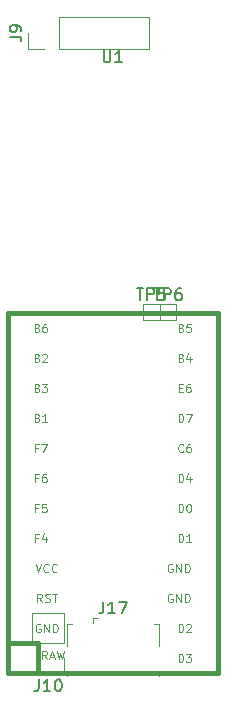
<source format=gbr>
G04 #@! TF.GenerationSoftware,KiCad,Pcbnew,(5.0.0)*
G04 #@! TF.CreationDate,2019-09-30T14:37:48-06:00*
G04 #@! TF.ProjectId,BlueMicro,426C75654D6963726F2E6B696361645F,rev?*
G04 #@! TF.SameCoordinates,Original*
G04 #@! TF.FileFunction,Legend,Top*
G04 #@! TF.FilePolarity,Positive*
%FSLAX46Y46*%
G04 Gerber Fmt 4.6, Leading zero omitted, Abs format (unit mm)*
G04 Created by KiCad (PCBNEW (5.0.0)) date 09/30/19 14:37:48*
%MOMM*%
%LPD*%
G01*
G04 APERTURE LIST*
%ADD10C,0.120000*%
%ADD11C,0.381000*%
%ADD12C,0.150000*%
%ADD13C,0.100000*%
G04 APERTURE END LIST*
D10*
G04 #@! TO.C,J9*
X81213000Y-54797000D02*
X81213000Y-52137000D01*
X73533000Y-54797000D02*
X81213000Y-54797000D01*
X73533000Y-52137000D02*
X81213000Y-52137000D01*
X73533000Y-54797000D02*
X73533000Y-52137000D01*
X72263000Y-54797000D02*
X70933000Y-54797000D01*
X70933000Y-54797000D02*
X70933000Y-53467000D01*
G04 #@! TO.C,J10*
X73974000Y-102556000D02*
X71314000Y-102556000D01*
X73974000Y-105156000D02*
X73974000Y-102556000D01*
X71314000Y-105156000D02*
X71314000Y-102556000D01*
X73974000Y-105156000D02*
X71314000Y-105156000D01*
X73974000Y-106426000D02*
X73974000Y-107756000D01*
X73974000Y-107756000D02*
X72644000Y-107756000D01*
G04 #@! TO.C,J17*
X74221000Y-103520500D02*
X74671000Y-103520500D01*
X74221000Y-105370500D02*
X74221000Y-103520500D01*
X82021000Y-107920500D02*
X82021000Y-107670500D01*
X74221000Y-107920500D02*
X74221000Y-107670500D01*
X82021000Y-105370500D02*
X82021000Y-103520500D01*
X82021000Y-103520500D02*
X81571000Y-103520500D01*
X76421000Y-102970500D02*
X76871000Y-102970500D01*
X76421000Y-102970500D02*
X76421000Y-103420500D01*
D11*
G04 #@! TO.C,U5*
X71755000Y-105156000D02*
X69215000Y-105156000D01*
X71755000Y-107696000D02*
X71755000Y-105156000D01*
X86995000Y-77216000D02*
X86995000Y-107696000D01*
X69215000Y-77216000D02*
X86995000Y-77216000D01*
X69215000Y-107696000D02*
X69215000Y-77216000D01*
X86995000Y-107696000D02*
X69215000Y-107696000D01*
D10*
G04 #@! TO.C,TP5*
X80707000Y-77789000D02*
X80707000Y-76389000D01*
X82107000Y-77789000D02*
X80707000Y-77789000D01*
X82107000Y-76389000D02*
X82107000Y-77789000D01*
X80707000Y-76389000D02*
X82107000Y-76389000D01*
G04 #@! TO.C,TP6*
X82104000Y-76389000D02*
X83504000Y-76389000D01*
X83504000Y-76389000D02*
X83504000Y-77789000D01*
X83504000Y-77789000D02*
X82104000Y-77789000D01*
X82104000Y-77789000D02*
X82104000Y-76389000D01*
G04 #@! TO.C,J9*
D12*
X69385380Y-53800333D02*
X70099666Y-53800333D01*
X70242523Y-53847952D01*
X70337761Y-53943190D01*
X70385380Y-54086047D01*
X70385380Y-54181285D01*
X70385380Y-53276523D02*
X70385380Y-53086047D01*
X70337761Y-52990809D01*
X70290142Y-52943190D01*
X70147285Y-52847952D01*
X69956809Y-52800333D01*
X69575857Y-52800333D01*
X69480619Y-52847952D01*
X69433000Y-52895571D01*
X69385380Y-52990809D01*
X69385380Y-53181285D01*
X69433000Y-53276523D01*
X69480619Y-53324142D01*
X69575857Y-53371761D01*
X69813952Y-53371761D01*
X69909190Y-53324142D01*
X69956809Y-53276523D01*
X70004428Y-53181285D01*
X70004428Y-52990809D01*
X69956809Y-52895571D01*
X69909190Y-52847952D01*
X69813952Y-52800333D01*
G04 #@! TO.C,J10*
X71834476Y-108208380D02*
X71834476Y-108922666D01*
X71786857Y-109065523D01*
X71691619Y-109160761D01*
X71548761Y-109208380D01*
X71453523Y-109208380D01*
X72834476Y-109208380D02*
X72263047Y-109208380D01*
X72548761Y-109208380D02*
X72548761Y-108208380D01*
X72453523Y-108351238D01*
X72358285Y-108446476D01*
X72263047Y-108494095D01*
X73453523Y-108208380D02*
X73548761Y-108208380D01*
X73644000Y-108256000D01*
X73691619Y-108303619D01*
X73739238Y-108398857D01*
X73786857Y-108589333D01*
X73786857Y-108827428D01*
X73739238Y-109017904D01*
X73691619Y-109113142D01*
X73644000Y-109160761D01*
X73548761Y-109208380D01*
X73453523Y-109208380D01*
X73358285Y-109160761D01*
X73310666Y-109113142D01*
X73263047Y-109017904D01*
X73215428Y-108827428D01*
X73215428Y-108589333D01*
X73263047Y-108398857D01*
X73310666Y-108303619D01*
X73358285Y-108256000D01*
X73453523Y-108208380D01*
G04 #@! TO.C,J17*
X77311476Y-101622880D02*
X77311476Y-102337166D01*
X77263857Y-102480023D01*
X77168619Y-102575261D01*
X77025761Y-102622880D01*
X76930523Y-102622880D01*
X78311476Y-102622880D02*
X77740047Y-102622880D01*
X78025761Y-102622880D02*
X78025761Y-101622880D01*
X77930523Y-101765738D01*
X77835285Y-101860976D01*
X77740047Y-101908595D01*
X78644809Y-101622880D02*
X79311476Y-101622880D01*
X78882904Y-102622880D01*
G04 #@! TO.C,U1*
X77343095Y-54951380D02*
X77343095Y-55760904D01*
X77390714Y-55856142D01*
X77438333Y-55903761D01*
X77533571Y-55951380D01*
X77724047Y-55951380D01*
X77819285Y-55903761D01*
X77866904Y-55856142D01*
X77914523Y-55760904D01*
X77914523Y-54951380D01*
X78914523Y-55951380D02*
X78343095Y-55951380D01*
X78628809Y-55951380D02*
X78628809Y-54951380D01*
X78533571Y-55094238D01*
X78438333Y-55189476D01*
X78343095Y-55237095D01*
G04 #@! TO.C,U5*
D13*
X72541666Y-106488666D02*
X72308333Y-106155333D01*
X72141666Y-106488666D02*
X72141666Y-105788666D01*
X72408333Y-105788666D01*
X72475000Y-105822000D01*
X72508333Y-105855333D01*
X72541666Y-105922000D01*
X72541666Y-106022000D01*
X72508333Y-106088666D01*
X72475000Y-106122000D01*
X72408333Y-106155333D01*
X72141666Y-106155333D01*
X72808333Y-106288666D02*
X73141666Y-106288666D01*
X72741666Y-106488666D02*
X72975000Y-105788666D01*
X73208333Y-106488666D01*
X73375000Y-105788666D02*
X73541666Y-106488666D01*
X73675000Y-105988666D01*
X73808333Y-106488666D01*
X73975000Y-105788666D01*
X71983666Y-103536000D02*
X71917000Y-103502666D01*
X71817000Y-103502666D01*
X71717000Y-103536000D01*
X71650333Y-103602666D01*
X71617000Y-103669333D01*
X71583666Y-103802666D01*
X71583666Y-103902666D01*
X71617000Y-104036000D01*
X71650333Y-104102666D01*
X71717000Y-104169333D01*
X71817000Y-104202666D01*
X71883666Y-104202666D01*
X71983666Y-104169333D01*
X72017000Y-104136000D01*
X72017000Y-103902666D01*
X71883666Y-103902666D01*
X72317000Y-104202666D02*
X72317000Y-103502666D01*
X72717000Y-104202666D01*
X72717000Y-103502666D01*
X73050333Y-104202666D02*
X73050333Y-103502666D01*
X73217000Y-103502666D01*
X73317000Y-103536000D01*
X73383666Y-103602666D01*
X73417000Y-103669333D01*
X73450333Y-103802666D01*
X73450333Y-103902666D01*
X73417000Y-104036000D01*
X73383666Y-104102666D01*
X73317000Y-104169333D01*
X73217000Y-104202666D01*
X73050333Y-104202666D01*
X72133666Y-101662666D02*
X71900333Y-101329333D01*
X71733666Y-101662666D02*
X71733666Y-100962666D01*
X72000333Y-100962666D01*
X72067000Y-100996000D01*
X72100333Y-101029333D01*
X72133666Y-101096000D01*
X72133666Y-101196000D01*
X72100333Y-101262666D01*
X72067000Y-101296000D01*
X72000333Y-101329333D01*
X71733666Y-101329333D01*
X72400333Y-101629333D02*
X72500333Y-101662666D01*
X72667000Y-101662666D01*
X72733666Y-101629333D01*
X72767000Y-101596000D01*
X72800333Y-101529333D01*
X72800333Y-101462666D01*
X72767000Y-101396000D01*
X72733666Y-101362666D01*
X72667000Y-101329333D01*
X72533666Y-101296000D01*
X72467000Y-101262666D01*
X72433666Y-101229333D01*
X72400333Y-101162666D01*
X72400333Y-101096000D01*
X72433666Y-101029333D01*
X72467000Y-100996000D01*
X72533666Y-100962666D01*
X72700333Y-100962666D01*
X72800333Y-100996000D01*
X73000333Y-100962666D02*
X73400333Y-100962666D01*
X73200333Y-101662666D02*
X73200333Y-100962666D01*
X71583666Y-98422666D02*
X71817000Y-99122666D01*
X72050333Y-98422666D01*
X72683666Y-99056000D02*
X72650333Y-99089333D01*
X72550333Y-99122666D01*
X72483666Y-99122666D01*
X72383666Y-99089333D01*
X72317000Y-99022666D01*
X72283666Y-98956000D01*
X72250333Y-98822666D01*
X72250333Y-98722666D01*
X72283666Y-98589333D01*
X72317000Y-98522666D01*
X72383666Y-98456000D01*
X72483666Y-98422666D01*
X72550333Y-98422666D01*
X72650333Y-98456000D01*
X72683666Y-98489333D01*
X73383666Y-99056000D02*
X73350333Y-99089333D01*
X73250333Y-99122666D01*
X73183666Y-99122666D01*
X73083666Y-99089333D01*
X73017000Y-99022666D01*
X72983666Y-98956000D01*
X72950333Y-98822666D01*
X72950333Y-98722666D01*
X72983666Y-98589333D01*
X73017000Y-98522666D01*
X73083666Y-98456000D01*
X73183666Y-98422666D01*
X73250333Y-98422666D01*
X73350333Y-98456000D01*
X73383666Y-98489333D01*
X71775666Y-96216000D02*
X71542333Y-96216000D01*
X71542333Y-96582666D02*
X71542333Y-95882666D01*
X71875666Y-95882666D01*
X72442333Y-96116000D02*
X72442333Y-96582666D01*
X72275666Y-95849333D02*
X72109000Y-96349333D01*
X72542333Y-96349333D01*
X71775666Y-93676000D02*
X71542333Y-93676000D01*
X71542333Y-94042666D02*
X71542333Y-93342666D01*
X71875666Y-93342666D01*
X72475666Y-93342666D02*
X72142333Y-93342666D01*
X72109000Y-93676000D01*
X72142333Y-93642666D01*
X72209000Y-93609333D01*
X72375666Y-93609333D01*
X72442333Y-93642666D01*
X72475666Y-93676000D01*
X72509000Y-93742666D01*
X72509000Y-93909333D01*
X72475666Y-93976000D01*
X72442333Y-94009333D01*
X72375666Y-94042666D01*
X72209000Y-94042666D01*
X72142333Y-94009333D01*
X72109000Y-93976000D01*
X71775666Y-88596000D02*
X71542333Y-88596000D01*
X71542333Y-88962666D02*
X71542333Y-88262666D01*
X71875666Y-88262666D01*
X72075666Y-88262666D02*
X72542333Y-88262666D01*
X72242333Y-88962666D01*
X71775666Y-91136000D02*
X71542333Y-91136000D01*
X71542333Y-91502666D02*
X71542333Y-90802666D01*
X71875666Y-90802666D01*
X72442333Y-90802666D02*
X72309000Y-90802666D01*
X72242333Y-90836000D01*
X72209000Y-90869333D01*
X72142333Y-90969333D01*
X72109000Y-91102666D01*
X72109000Y-91369333D01*
X72142333Y-91436000D01*
X72175666Y-91469333D01*
X72242333Y-91502666D01*
X72375666Y-91502666D01*
X72442333Y-91469333D01*
X72475666Y-91436000D01*
X72509000Y-91369333D01*
X72509000Y-91202666D01*
X72475666Y-91136000D01*
X72442333Y-91102666D01*
X72375666Y-91069333D01*
X72242333Y-91069333D01*
X72175666Y-91102666D01*
X72142333Y-91136000D01*
X72109000Y-91202666D01*
X71725666Y-86056000D02*
X71825666Y-86089333D01*
X71859000Y-86122666D01*
X71892333Y-86189333D01*
X71892333Y-86289333D01*
X71859000Y-86356000D01*
X71825666Y-86389333D01*
X71759000Y-86422666D01*
X71492333Y-86422666D01*
X71492333Y-85722666D01*
X71725666Y-85722666D01*
X71792333Y-85756000D01*
X71825666Y-85789333D01*
X71859000Y-85856000D01*
X71859000Y-85922666D01*
X71825666Y-85989333D01*
X71792333Y-86022666D01*
X71725666Y-86056000D01*
X71492333Y-86056000D01*
X72559000Y-86422666D02*
X72159000Y-86422666D01*
X72359000Y-86422666D02*
X72359000Y-85722666D01*
X72292333Y-85822666D01*
X72225666Y-85889333D01*
X72159000Y-85922666D01*
X71725666Y-83516000D02*
X71825666Y-83549333D01*
X71859000Y-83582666D01*
X71892333Y-83649333D01*
X71892333Y-83749333D01*
X71859000Y-83816000D01*
X71825666Y-83849333D01*
X71759000Y-83882666D01*
X71492333Y-83882666D01*
X71492333Y-83182666D01*
X71725666Y-83182666D01*
X71792333Y-83216000D01*
X71825666Y-83249333D01*
X71859000Y-83316000D01*
X71859000Y-83382666D01*
X71825666Y-83449333D01*
X71792333Y-83482666D01*
X71725666Y-83516000D01*
X71492333Y-83516000D01*
X72125666Y-83182666D02*
X72559000Y-83182666D01*
X72325666Y-83449333D01*
X72425666Y-83449333D01*
X72492333Y-83482666D01*
X72525666Y-83516000D01*
X72559000Y-83582666D01*
X72559000Y-83749333D01*
X72525666Y-83816000D01*
X72492333Y-83849333D01*
X72425666Y-83882666D01*
X72225666Y-83882666D01*
X72159000Y-83849333D01*
X72125666Y-83816000D01*
X71725666Y-80976000D02*
X71825666Y-81009333D01*
X71859000Y-81042666D01*
X71892333Y-81109333D01*
X71892333Y-81209333D01*
X71859000Y-81276000D01*
X71825666Y-81309333D01*
X71759000Y-81342666D01*
X71492333Y-81342666D01*
X71492333Y-80642666D01*
X71725666Y-80642666D01*
X71792333Y-80676000D01*
X71825666Y-80709333D01*
X71859000Y-80776000D01*
X71859000Y-80842666D01*
X71825666Y-80909333D01*
X71792333Y-80942666D01*
X71725666Y-80976000D01*
X71492333Y-80976000D01*
X72159000Y-80709333D02*
X72192333Y-80676000D01*
X72259000Y-80642666D01*
X72425666Y-80642666D01*
X72492333Y-80676000D01*
X72525666Y-80709333D01*
X72559000Y-80776000D01*
X72559000Y-80842666D01*
X72525666Y-80942666D01*
X72125666Y-81342666D01*
X72559000Y-81342666D01*
X71725666Y-78436000D02*
X71825666Y-78469333D01*
X71859000Y-78502666D01*
X71892333Y-78569333D01*
X71892333Y-78669333D01*
X71859000Y-78736000D01*
X71825666Y-78769333D01*
X71759000Y-78802666D01*
X71492333Y-78802666D01*
X71492333Y-78102666D01*
X71725666Y-78102666D01*
X71792333Y-78136000D01*
X71825666Y-78169333D01*
X71859000Y-78236000D01*
X71859000Y-78302666D01*
X71825666Y-78369333D01*
X71792333Y-78402666D01*
X71725666Y-78436000D01*
X71492333Y-78436000D01*
X72492333Y-78102666D02*
X72359000Y-78102666D01*
X72292333Y-78136000D01*
X72259000Y-78169333D01*
X72192333Y-78269333D01*
X72159000Y-78402666D01*
X72159000Y-78669333D01*
X72192333Y-78736000D01*
X72225666Y-78769333D01*
X72292333Y-78802666D01*
X72425666Y-78802666D01*
X72492333Y-78769333D01*
X72525666Y-78736000D01*
X72559000Y-78669333D01*
X72559000Y-78502666D01*
X72525666Y-78436000D01*
X72492333Y-78402666D01*
X72425666Y-78369333D01*
X72292333Y-78369333D01*
X72225666Y-78402666D01*
X72192333Y-78436000D01*
X72159000Y-78502666D01*
X83684333Y-106742666D02*
X83684333Y-106042666D01*
X83851000Y-106042666D01*
X83951000Y-106076000D01*
X84017666Y-106142666D01*
X84051000Y-106209333D01*
X84084333Y-106342666D01*
X84084333Y-106442666D01*
X84051000Y-106576000D01*
X84017666Y-106642666D01*
X83951000Y-106709333D01*
X83851000Y-106742666D01*
X83684333Y-106742666D01*
X84317666Y-106042666D02*
X84751000Y-106042666D01*
X84517666Y-106309333D01*
X84617666Y-106309333D01*
X84684333Y-106342666D01*
X84717666Y-106376000D01*
X84751000Y-106442666D01*
X84751000Y-106609333D01*
X84717666Y-106676000D01*
X84684333Y-106709333D01*
X84617666Y-106742666D01*
X84417666Y-106742666D01*
X84351000Y-106709333D01*
X84317666Y-106676000D01*
X83684333Y-104202666D02*
X83684333Y-103502666D01*
X83851000Y-103502666D01*
X83951000Y-103536000D01*
X84017666Y-103602666D01*
X84051000Y-103669333D01*
X84084333Y-103802666D01*
X84084333Y-103902666D01*
X84051000Y-104036000D01*
X84017666Y-104102666D01*
X83951000Y-104169333D01*
X83851000Y-104202666D01*
X83684333Y-104202666D01*
X84351000Y-103569333D02*
X84384333Y-103536000D01*
X84451000Y-103502666D01*
X84617666Y-103502666D01*
X84684333Y-103536000D01*
X84717666Y-103569333D01*
X84751000Y-103636000D01*
X84751000Y-103702666D01*
X84717666Y-103802666D01*
X84317666Y-104202666D01*
X84751000Y-104202666D01*
X83159666Y-100996000D02*
X83093000Y-100962666D01*
X82993000Y-100962666D01*
X82893000Y-100996000D01*
X82826333Y-101062666D01*
X82793000Y-101129333D01*
X82759666Y-101262666D01*
X82759666Y-101362666D01*
X82793000Y-101496000D01*
X82826333Y-101562666D01*
X82893000Y-101629333D01*
X82993000Y-101662666D01*
X83059666Y-101662666D01*
X83159666Y-101629333D01*
X83193000Y-101596000D01*
X83193000Y-101362666D01*
X83059666Y-101362666D01*
X83493000Y-101662666D02*
X83493000Y-100962666D01*
X83893000Y-101662666D01*
X83893000Y-100962666D01*
X84226333Y-101662666D02*
X84226333Y-100962666D01*
X84393000Y-100962666D01*
X84493000Y-100996000D01*
X84559666Y-101062666D01*
X84593000Y-101129333D01*
X84626333Y-101262666D01*
X84626333Y-101362666D01*
X84593000Y-101496000D01*
X84559666Y-101562666D01*
X84493000Y-101629333D01*
X84393000Y-101662666D01*
X84226333Y-101662666D01*
X83159666Y-98456000D02*
X83093000Y-98422666D01*
X82993000Y-98422666D01*
X82893000Y-98456000D01*
X82826333Y-98522666D01*
X82793000Y-98589333D01*
X82759666Y-98722666D01*
X82759666Y-98822666D01*
X82793000Y-98956000D01*
X82826333Y-99022666D01*
X82893000Y-99089333D01*
X82993000Y-99122666D01*
X83059666Y-99122666D01*
X83159666Y-99089333D01*
X83193000Y-99056000D01*
X83193000Y-98822666D01*
X83059666Y-98822666D01*
X83493000Y-99122666D02*
X83493000Y-98422666D01*
X83893000Y-99122666D01*
X83893000Y-98422666D01*
X84226333Y-99122666D02*
X84226333Y-98422666D01*
X84393000Y-98422666D01*
X84493000Y-98456000D01*
X84559666Y-98522666D01*
X84593000Y-98589333D01*
X84626333Y-98722666D01*
X84626333Y-98822666D01*
X84593000Y-98956000D01*
X84559666Y-99022666D01*
X84493000Y-99089333D01*
X84393000Y-99122666D01*
X84226333Y-99122666D01*
X83684333Y-96582666D02*
X83684333Y-95882666D01*
X83851000Y-95882666D01*
X83951000Y-95916000D01*
X84017666Y-95982666D01*
X84051000Y-96049333D01*
X84084333Y-96182666D01*
X84084333Y-96282666D01*
X84051000Y-96416000D01*
X84017666Y-96482666D01*
X83951000Y-96549333D01*
X83851000Y-96582666D01*
X83684333Y-96582666D01*
X84751000Y-96582666D02*
X84351000Y-96582666D01*
X84551000Y-96582666D02*
X84551000Y-95882666D01*
X84484333Y-95982666D01*
X84417666Y-96049333D01*
X84351000Y-96082666D01*
X83684333Y-94042666D02*
X83684333Y-93342666D01*
X83851000Y-93342666D01*
X83951000Y-93376000D01*
X84017666Y-93442666D01*
X84051000Y-93509333D01*
X84084333Y-93642666D01*
X84084333Y-93742666D01*
X84051000Y-93876000D01*
X84017666Y-93942666D01*
X83951000Y-94009333D01*
X83851000Y-94042666D01*
X83684333Y-94042666D01*
X84517666Y-93342666D02*
X84584333Y-93342666D01*
X84651000Y-93376000D01*
X84684333Y-93409333D01*
X84717666Y-93476000D01*
X84751000Y-93609333D01*
X84751000Y-93776000D01*
X84717666Y-93909333D01*
X84684333Y-93976000D01*
X84651000Y-94009333D01*
X84584333Y-94042666D01*
X84517666Y-94042666D01*
X84451000Y-94009333D01*
X84417666Y-93976000D01*
X84384333Y-93909333D01*
X84351000Y-93776000D01*
X84351000Y-93609333D01*
X84384333Y-93476000D01*
X84417666Y-93409333D01*
X84451000Y-93376000D01*
X84517666Y-93342666D01*
X83684333Y-91502666D02*
X83684333Y-90802666D01*
X83851000Y-90802666D01*
X83951000Y-90836000D01*
X84017666Y-90902666D01*
X84051000Y-90969333D01*
X84084333Y-91102666D01*
X84084333Y-91202666D01*
X84051000Y-91336000D01*
X84017666Y-91402666D01*
X83951000Y-91469333D01*
X83851000Y-91502666D01*
X83684333Y-91502666D01*
X84684333Y-91036000D02*
X84684333Y-91502666D01*
X84517666Y-90769333D02*
X84351000Y-91269333D01*
X84784333Y-91269333D01*
X84084333Y-88896000D02*
X84051000Y-88929333D01*
X83951000Y-88962666D01*
X83884333Y-88962666D01*
X83784333Y-88929333D01*
X83717666Y-88862666D01*
X83684333Y-88796000D01*
X83651000Y-88662666D01*
X83651000Y-88562666D01*
X83684333Y-88429333D01*
X83717666Y-88362666D01*
X83784333Y-88296000D01*
X83884333Y-88262666D01*
X83951000Y-88262666D01*
X84051000Y-88296000D01*
X84084333Y-88329333D01*
X84684333Y-88262666D02*
X84551000Y-88262666D01*
X84484333Y-88296000D01*
X84451000Y-88329333D01*
X84384333Y-88429333D01*
X84351000Y-88562666D01*
X84351000Y-88829333D01*
X84384333Y-88896000D01*
X84417666Y-88929333D01*
X84484333Y-88962666D01*
X84617666Y-88962666D01*
X84684333Y-88929333D01*
X84717666Y-88896000D01*
X84751000Y-88829333D01*
X84751000Y-88662666D01*
X84717666Y-88596000D01*
X84684333Y-88562666D01*
X84617666Y-88529333D01*
X84484333Y-88529333D01*
X84417666Y-88562666D01*
X84384333Y-88596000D01*
X84351000Y-88662666D01*
X83684333Y-86422666D02*
X83684333Y-85722666D01*
X83851000Y-85722666D01*
X83951000Y-85756000D01*
X84017666Y-85822666D01*
X84051000Y-85889333D01*
X84084333Y-86022666D01*
X84084333Y-86122666D01*
X84051000Y-86256000D01*
X84017666Y-86322666D01*
X83951000Y-86389333D01*
X83851000Y-86422666D01*
X83684333Y-86422666D01*
X84317666Y-85722666D02*
X84784333Y-85722666D01*
X84484333Y-86422666D01*
X83717666Y-83516000D02*
X83951000Y-83516000D01*
X84051000Y-83882666D02*
X83717666Y-83882666D01*
X83717666Y-83182666D01*
X84051000Y-83182666D01*
X84651000Y-83182666D02*
X84517666Y-83182666D01*
X84451000Y-83216000D01*
X84417666Y-83249333D01*
X84351000Y-83349333D01*
X84317666Y-83482666D01*
X84317666Y-83749333D01*
X84351000Y-83816000D01*
X84384333Y-83849333D01*
X84451000Y-83882666D01*
X84584333Y-83882666D01*
X84651000Y-83849333D01*
X84684333Y-83816000D01*
X84717666Y-83749333D01*
X84717666Y-83582666D01*
X84684333Y-83516000D01*
X84651000Y-83482666D01*
X84584333Y-83449333D01*
X84451000Y-83449333D01*
X84384333Y-83482666D01*
X84351000Y-83516000D01*
X84317666Y-83582666D01*
X83917666Y-80976000D02*
X84017666Y-81009333D01*
X84051000Y-81042666D01*
X84084333Y-81109333D01*
X84084333Y-81209333D01*
X84051000Y-81276000D01*
X84017666Y-81309333D01*
X83951000Y-81342666D01*
X83684333Y-81342666D01*
X83684333Y-80642666D01*
X83917666Y-80642666D01*
X83984333Y-80676000D01*
X84017666Y-80709333D01*
X84051000Y-80776000D01*
X84051000Y-80842666D01*
X84017666Y-80909333D01*
X83984333Y-80942666D01*
X83917666Y-80976000D01*
X83684333Y-80976000D01*
X84684333Y-80876000D02*
X84684333Y-81342666D01*
X84517666Y-80609333D02*
X84351000Y-81109333D01*
X84784333Y-81109333D01*
X83917666Y-78436000D02*
X84017666Y-78469333D01*
X84051000Y-78502666D01*
X84084333Y-78569333D01*
X84084333Y-78669333D01*
X84051000Y-78736000D01*
X84017666Y-78769333D01*
X83951000Y-78802666D01*
X83684333Y-78802666D01*
X83684333Y-78102666D01*
X83917666Y-78102666D01*
X83984333Y-78136000D01*
X84017666Y-78169333D01*
X84051000Y-78236000D01*
X84051000Y-78302666D01*
X84017666Y-78369333D01*
X83984333Y-78402666D01*
X83917666Y-78436000D01*
X83684333Y-78436000D01*
X84717666Y-78102666D02*
X84384333Y-78102666D01*
X84351000Y-78436000D01*
X84384333Y-78402666D01*
X84451000Y-78369333D01*
X84617666Y-78369333D01*
X84684333Y-78402666D01*
X84717666Y-78436000D01*
X84751000Y-78502666D01*
X84751000Y-78669333D01*
X84717666Y-78736000D01*
X84684333Y-78769333D01*
X84617666Y-78802666D01*
X84451000Y-78802666D01*
X84384333Y-78769333D01*
X84351000Y-78736000D01*
G04 #@! TO.C,TP5*
D12*
X80145095Y-75093380D02*
X80716523Y-75093380D01*
X80430809Y-76093380D02*
X80430809Y-75093380D01*
X81049857Y-76093380D02*
X81049857Y-75093380D01*
X81430809Y-75093380D01*
X81526047Y-75141000D01*
X81573666Y-75188619D01*
X81621285Y-75283857D01*
X81621285Y-75426714D01*
X81573666Y-75521952D01*
X81526047Y-75569571D01*
X81430809Y-75617190D01*
X81049857Y-75617190D01*
X82526047Y-75093380D02*
X82049857Y-75093380D01*
X82002238Y-75569571D01*
X82049857Y-75521952D01*
X82145095Y-75474333D01*
X82383190Y-75474333D01*
X82478428Y-75521952D01*
X82526047Y-75569571D01*
X82573666Y-75664809D01*
X82573666Y-75902904D01*
X82526047Y-75998142D01*
X82478428Y-76045761D01*
X82383190Y-76093380D01*
X82145095Y-76093380D01*
X82049857Y-76045761D01*
X82002238Y-75998142D01*
G04 #@! TO.C,TP6*
X81542095Y-75093380D02*
X82113523Y-75093380D01*
X81827809Y-76093380D02*
X81827809Y-75093380D01*
X82446857Y-76093380D02*
X82446857Y-75093380D01*
X82827809Y-75093380D01*
X82923047Y-75141000D01*
X82970666Y-75188619D01*
X83018285Y-75283857D01*
X83018285Y-75426714D01*
X82970666Y-75521952D01*
X82923047Y-75569571D01*
X82827809Y-75617190D01*
X82446857Y-75617190D01*
X83875428Y-75093380D02*
X83684952Y-75093380D01*
X83589714Y-75141000D01*
X83542095Y-75188619D01*
X83446857Y-75331476D01*
X83399238Y-75521952D01*
X83399238Y-75902904D01*
X83446857Y-75998142D01*
X83494476Y-76045761D01*
X83589714Y-76093380D01*
X83780190Y-76093380D01*
X83875428Y-76045761D01*
X83923047Y-75998142D01*
X83970666Y-75902904D01*
X83970666Y-75664809D01*
X83923047Y-75569571D01*
X83875428Y-75521952D01*
X83780190Y-75474333D01*
X83589714Y-75474333D01*
X83494476Y-75521952D01*
X83446857Y-75569571D01*
X83399238Y-75664809D01*
G04 #@! TD*
M02*

</source>
